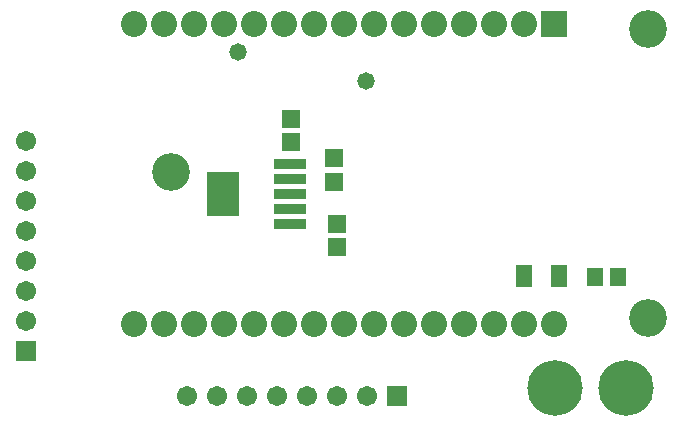
<source format=gts>
G04*
G04 #@! TF.GenerationSoftware,Altium Limited,Altium Designer,20.2.3 (150)*
G04*
G04 Layer_Color=8388736*
%FSLAX44Y44*%
%MOMM*%
G71*
G04*
G04 #@! TF.SameCoordinates,5F06F80F-724F-48A1-AB94-725DB31EE99F*
G04*
G04*
G04 #@! TF.FilePolarity,Negative*
G04*
G01*
G75*
%ADD21R,1.3357X1.5802*%
%ADD22R,1.4107X1.9042*%
%ADD23R,1.5532X1.6132*%
%ADD24R,2.7982X3.8032*%
%ADD25R,2.7982X0.8472*%
%ADD26C,3.2032*%
%ADD27C,2.2032*%
%ADD28R,2.2032X2.2032*%
%ADD29C,1.7032*%
%ADD30R,1.7032X1.7032*%
%ADD31R,1.7032X1.7032*%
%ADD32C,4.7032*%
%ADD33C,1.4732*%
D21*
X623813Y-267970D02*
D03*
X643139D02*
D03*
D22*
X592892Y-267208D02*
D03*
X563316D02*
D03*
D23*
X366014Y-153764D02*
D03*
Y-133764D02*
D03*
X404876Y-242759D02*
D03*
Y-222758D02*
D03*
X402990Y-167370D02*
D03*
Y-187370D02*
D03*
D24*
X308583Y-197358D02*
D03*
D25*
X365533Y-171958D02*
D03*
Y-184658D02*
D03*
Y-197358D02*
D03*
Y-210058D02*
D03*
Y-222758D02*
D03*
D26*
X668582Y-57794D02*
D03*
X264922Y-179324D02*
D03*
X668582Y-302894D02*
D03*
D27*
X233382Y-307594D02*
D03*
X258782D02*
D03*
X284182D02*
D03*
X309582D02*
D03*
X334982D02*
D03*
X360382D02*
D03*
X385782D02*
D03*
X411182D02*
D03*
X436582D02*
D03*
X461982D02*
D03*
X487382D02*
D03*
X512782D02*
D03*
X538182D02*
D03*
X563582D02*
D03*
X588982D02*
D03*
X233382Y-53594D02*
D03*
X258782D02*
D03*
X284182D02*
D03*
X309582D02*
D03*
X334982D02*
D03*
X360382D02*
D03*
X385782D02*
D03*
X411182D02*
D03*
X436582D02*
D03*
X461982D02*
D03*
X487382D02*
D03*
X512782D02*
D03*
X538182D02*
D03*
X563582D02*
D03*
D28*
X588982D02*
D03*
D29*
X142240Y-153162D02*
D03*
Y-178562D02*
D03*
Y-203962D02*
D03*
Y-229362D02*
D03*
Y-254762D02*
D03*
Y-280162D02*
D03*
Y-305562D02*
D03*
X430784Y-368300D02*
D03*
X405384D02*
D03*
X379984D02*
D03*
X354584D02*
D03*
X329184D02*
D03*
X303784D02*
D03*
X278384D02*
D03*
D30*
X142240Y-330962D02*
D03*
D31*
X456184Y-368300D02*
D03*
D32*
X590268Y-361950D02*
D03*
X650268D02*
D03*
D33*
X430022Y-102362D02*
D03*
X321310Y-77724D02*
D03*
M02*

</source>
